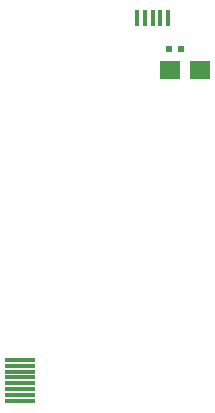
<source format=gtp>
%FSLAX25Y25*%
%MOIN*%
G70*
G01*
G75*
G04 Layer_Color=8421504*
%ADD10R,0.01575X0.05315*%
%ADD11R,0.09843X0.01378*%
%ADD12R,0.02362X0.01969*%
%ADD13R,0.06693X0.06299*%
%ADD14C,0.04000*%
%ADD15C,0.01000*%
%ADD16C,0.02000*%
%ADD17C,0.01400*%
%ADD18C,0.05118*%
%ADD19O,0.04724X0.07480*%
%ADD20C,0.11811*%
%ADD21C,0.02200*%
%ADD22C,0.03000*%
%ADD23C,0.00500*%
%ADD24C,0.00394*%
%ADD25C,0.00600*%
D10*
X54921Y128575D02*
D03*
X52362Y128575D02*
D03*
X49803Y128575D02*
D03*
X44685Y128575D02*
D03*
X47244D02*
D03*
D11*
X5512Y787D02*
D03*
Y2756D02*
D03*
Y4724D02*
D03*
Y6693D02*
D03*
Y8661D02*
D03*
Y10630D02*
D03*
Y12598D02*
D03*
Y14567D02*
D03*
D12*
X59063Y117984D02*
D03*
X55126D02*
D03*
D13*
X55650Y110984D02*
D03*
X65539D02*
D03*
M02*

</source>
